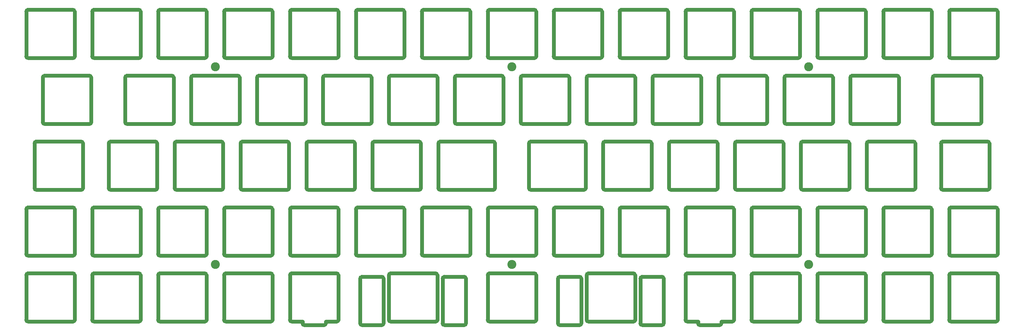
<source format=gbr>
%TF.GenerationSoftware,KiCad,Pcbnew,7.0.10*%
%TF.CreationDate,2024-02-11T20:50:25+01:00*%
%TF.ProjectId,katana60-pro-plate,6b617461-6e61-4363-902d-70726f2d706c,rev?*%
%TF.SameCoordinates,Original*%
%TF.FileFunction,Soldermask,Bot*%
%TF.FilePolarity,Negative*%
%FSLAX46Y46*%
G04 Gerber Fmt 4.6, Leading zero omitted, Abs format (unit mm)*
G04 Created by KiCad (PCBNEW 7.0.10) date 2024-02-11 20:50:25*
%MOMM*%
%LPD*%
G01*
G04 APERTURE LIST*
%ADD10C,1.100000*%
%ADD11C,2.600000*%
G04 APERTURE END LIST*
D10*
%TO.C,S2*%
X219668750Y-151662501D02*
X219668750Y-164662501D01*
X225918750Y-151162501D02*
X220168750Y-151162501D01*
X225918750Y-165162501D02*
X220168750Y-165162501D01*
X226418750Y-151662501D02*
X226418750Y-164662501D01*
X227950000Y-163662500D02*
X227950000Y-150662500D01*
X228450000Y-150162500D02*
X241450000Y-150162500D01*
X241450000Y-164162500D02*
X228450000Y-164162500D01*
X241950000Y-150662500D02*
X241950000Y-163662500D01*
X243481250Y-151662501D02*
X243481250Y-164662501D01*
X249731250Y-151162501D02*
X243981250Y-151162501D01*
X249731250Y-165162501D02*
X243981250Y-165162501D01*
X250231250Y-151662501D02*
X250231250Y-164662501D01*
X220168750Y-151162501D02*
G75*
G03*
X219668750Y-151662501I1J-500001D01*
G01*
X219668750Y-164662501D02*
G75*
G03*
X220168750Y-165162501I500001J1D01*
G01*
X226418750Y-151662501D02*
G75*
G03*
X225918750Y-151162501I-500001J-1D01*
G01*
X225918750Y-165162501D02*
G75*
G03*
X226418750Y-164662501I-1J500001D01*
G01*
X228450000Y-150162500D02*
G75*
G03*
X227950000Y-150662500I1J-500001D01*
G01*
X227950000Y-163662500D02*
G75*
G03*
X228450000Y-164162500I500001J1D01*
G01*
X241950000Y-150662500D02*
G75*
G03*
X241450000Y-150162500I-500000J0D01*
G01*
X241447236Y-164161436D02*
G75*
G03*
X241947236Y-163661384I-36J500036D01*
G01*
X243981250Y-151162450D02*
G75*
G03*
X243481250Y-151662501I50J-500050D01*
G01*
X243481299Y-164662501D02*
G75*
G03*
X243981250Y-165162501I500001J1D01*
G01*
X250231199Y-151662501D02*
G75*
G03*
X249731250Y-151162501I-499999J1D01*
G01*
X249731250Y-165162550D02*
G75*
G03*
X250231250Y-164662501I-50J500050D01*
G01*
%TO.C,S3*%
X142225000Y-163662500D02*
X142225000Y-150662500D01*
X142725000Y-150162500D02*
X155725000Y-150162500D01*
X145850000Y-164162500D02*
X142725000Y-164162500D01*
X145850000Y-164162500D02*
X145850000Y-164662501D01*
X152100000Y-165162501D02*
X146350000Y-165162501D01*
X152600000Y-164162500D02*
X152600000Y-164662501D01*
X155722236Y-164161384D02*
X152600000Y-164162500D01*
X156225000Y-150662500D02*
X156225000Y-163662500D01*
X199375000Y-163662500D02*
X199375000Y-150662500D01*
X199875000Y-150162500D02*
X212875000Y-150162500D01*
X212875000Y-164162500D02*
X199875000Y-164162500D01*
X213375000Y-150662500D02*
X213375000Y-163662500D01*
X256525000Y-163662500D02*
X256525000Y-150662500D01*
X257025000Y-150162500D02*
X270025000Y-150162500D01*
X260150000Y-164162500D02*
X260150000Y-164662501D01*
X260150605Y-164162500D02*
X257025000Y-164162500D01*
X266400000Y-165162501D02*
X260650000Y-165162501D01*
X266900000Y-164162500D02*
X266900000Y-164662501D01*
X270022236Y-164161384D02*
X266900000Y-164162500D01*
X270525000Y-150662500D02*
X270525000Y-163662500D01*
X142725000Y-150162500D02*
G75*
G03*
X142225000Y-150662500I1J-500001D01*
G01*
X142225000Y-163662500D02*
G75*
G03*
X142725000Y-164162500I500001J1D01*
G01*
X145850000Y-164662501D02*
G75*
G03*
X146350000Y-165162501I500001J1D01*
G01*
X152100000Y-165162501D02*
G75*
G03*
X152600000Y-164662501I-1J500001D01*
G01*
X156225000Y-150662500D02*
G75*
G03*
X155725000Y-150162500I-500001J-1D01*
G01*
X155722236Y-164161384D02*
G75*
G03*
X156222236Y-163661384I-112J500112D01*
G01*
X199875000Y-150162500D02*
G75*
G03*
X199375000Y-150662500I1J-500001D01*
G01*
X199375000Y-163662500D02*
G75*
G03*
X199875000Y-164162500I500001J1D01*
G01*
X213375000Y-150662500D02*
G75*
G03*
X212875000Y-150162500I-500000J0D01*
G01*
X212872236Y-164161436D02*
G75*
G03*
X213372236Y-163661384I-36J500036D01*
G01*
X257025000Y-150162500D02*
G75*
G03*
X256525000Y-150662500I0J-500000D01*
G01*
X256525000Y-163662500D02*
G75*
G03*
X257025000Y-164162500I500000J0D01*
G01*
X260149999Y-164662501D02*
G75*
G03*
X260650000Y-165162501I500001J1D01*
G01*
X266400000Y-165162500D02*
G75*
G03*
X266900000Y-164662501I0J500000D01*
G01*
X270525000Y-150662500D02*
G75*
G03*
X270025000Y-150162500I-500000J0D01*
G01*
X270022236Y-164161436D02*
G75*
G03*
X270522236Y-163661384I-136J500136D01*
G01*
%TO.C,S1*%
X162518750Y-151662501D02*
X162518750Y-164662501D01*
X168768750Y-151162501D02*
X163018750Y-151162501D01*
X168768750Y-165162501D02*
X163018750Y-165162501D01*
X169268750Y-151662501D02*
X169268750Y-164662501D01*
X170800000Y-163662500D02*
X170800000Y-150662500D01*
X171300000Y-150162500D02*
X184300000Y-150162500D01*
X184300000Y-164162500D02*
X171300000Y-164162500D01*
X184800000Y-150662500D02*
X184800000Y-163662500D01*
X186331250Y-151662501D02*
X186331250Y-164662501D01*
X192581250Y-151162501D02*
X186831250Y-151162501D01*
X192581250Y-165162501D02*
X186831250Y-165162501D01*
X193081250Y-151662501D02*
X193081250Y-164662501D01*
X163018750Y-151162501D02*
G75*
G03*
X162518750Y-151662501I1J-500001D01*
G01*
X162518750Y-164662501D02*
G75*
G03*
X163018750Y-165162501I500001J1D01*
G01*
X169268750Y-151662501D02*
G75*
G03*
X168768750Y-151162501I-500001J-1D01*
G01*
X168768750Y-165162501D02*
G75*
G03*
X169268750Y-164662501I-1J500001D01*
G01*
X171300000Y-150162500D02*
G75*
G03*
X170800000Y-150662500I1J-500001D01*
G01*
X170800000Y-163662500D02*
G75*
G03*
X171300000Y-164162500I500001J1D01*
G01*
X184800000Y-150662500D02*
G75*
G03*
X184300000Y-150162500I-500000J0D01*
G01*
X184297236Y-164161436D02*
G75*
G03*
X184797236Y-163661384I-36J500036D01*
G01*
X186831250Y-151162450D02*
G75*
G03*
X186331250Y-151662501I50J-500050D01*
G01*
X186331299Y-164662501D02*
G75*
G03*
X186831250Y-165162501I500001J1D01*
G01*
X193081199Y-151662501D02*
G75*
G03*
X192581250Y-151162501I-499999J1D01*
G01*
X192581250Y-165162550D02*
G75*
G03*
X193081250Y-164662501I-50J500050D01*
G01*
%TO.C,MX56*%
X270525000Y-131612500D02*
X270525000Y-144612500D01*
X270025000Y-145112500D02*
X257025000Y-145112500D01*
X257025000Y-131112500D02*
X270025000Y-131112500D01*
X256525000Y-144612500D02*
X256525000Y-131612500D01*
X270022236Y-145111384D02*
G75*
G03*
X270522236Y-144611384I2J499998D01*
G01*
X270525000Y-131612500D02*
G75*
G03*
X270025000Y-131112500I-499998J2D01*
G01*
X256525000Y-144612500D02*
G75*
G03*
X257025000Y-145112500I500000J0D01*
G01*
X257025000Y-131112500D02*
G75*
G03*
X256525000Y-131612500I0J-500000D01*
G01*
%TO.C,MX73*%
X308625000Y-150662500D02*
X308625000Y-163662500D01*
X308125000Y-164162500D02*
X295125000Y-164162500D01*
X295125000Y-150162500D02*
X308125000Y-150162500D01*
X294625000Y-163662500D02*
X294625000Y-150662500D01*
X308122236Y-164161384D02*
G75*
G03*
X308622236Y-163661384I2J499998D01*
G01*
X308625000Y-150662500D02*
G75*
G03*
X308125000Y-150162500I-499998J2D01*
G01*
X294625000Y-163662500D02*
G75*
G03*
X295125000Y-164162500I500000J0D01*
G01*
X295125000Y-150162500D02*
G75*
G03*
X294625000Y-150662500I0J-500000D01*
G01*
%TO.C,MX19*%
X146700000Y-93512500D02*
X146700000Y-106512500D01*
X146200000Y-107012500D02*
X133200000Y-107012500D01*
X133200000Y-93012500D02*
X146200000Y-93012500D01*
X132700000Y-106512500D02*
X132700000Y-93512500D01*
X146197236Y-107011384D02*
G75*
G03*
X146697236Y-106511384I2J499998D01*
G01*
X146700000Y-93512500D02*
G75*
G03*
X146200000Y-93012500I-499998J2D01*
G01*
X132700000Y-106512500D02*
G75*
G03*
X133200000Y-107012500I500000J0D01*
G01*
X133200000Y-93012500D02*
G75*
G03*
X132700000Y-93512500I0J-500000D01*
G01*
%TO.C,MX45*%
X344343750Y-112562500D02*
X344343750Y-125562500D01*
X343843750Y-126062500D02*
X330843750Y-126062500D01*
X330843750Y-112062500D02*
X343843750Y-112062500D01*
X330343750Y-125562500D02*
X330343750Y-112562500D01*
X343840986Y-126061384D02*
G75*
G03*
X344340986Y-125561384I2J499998D01*
G01*
X344343750Y-112562500D02*
G75*
G03*
X343843750Y-112062500I-499998J2D01*
G01*
X330343750Y-125562500D02*
G75*
G03*
X330843750Y-126062500I500000J0D01*
G01*
X330843750Y-112062500D02*
G75*
G03*
X330343750Y-112562500I0J-500000D01*
G01*
%TO.C,MX5*%
X156225000Y-74462500D02*
X156225000Y-87462500D01*
X155725000Y-87962500D02*
X142725000Y-87962500D01*
X142725000Y-73962500D02*
X155725000Y-73962500D01*
X142225000Y-87462500D02*
X142225000Y-74462500D01*
X155722236Y-87961384D02*
G75*
G03*
X156222236Y-87461384I2J499998D01*
G01*
X156225000Y-74462500D02*
G75*
G03*
X155725000Y-73962500I-499998J2D01*
G01*
X142225000Y-87462500D02*
G75*
G03*
X142725000Y-87962500I500000J0D01*
G01*
X142725000Y-73962500D02*
G75*
G03*
X142225000Y-74462500I0J-500000D01*
G01*
%TO.C,MX16*%
X84787500Y-93512500D02*
X84787500Y-106512500D01*
X84287500Y-107012500D02*
X71287500Y-107012500D01*
X71287500Y-93012500D02*
X84287500Y-93012500D01*
X70787500Y-106512500D02*
X70787500Y-93512500D01*
X84284736Y-107011384D02*
G75*
G03*
X84784736Y-106511384I2J499998D01*
G01*
X84787500Y-93512500D02*
G75*
G03*
X84287500Y-93012500I-499998J2D01*
G01*
X70787500Y-106512500D02*
G75*
G03*
X71287500Y-107012500I500000J0D01*
G01*
X71287500Y-93012500D02*
G75*
G03*
X70787500Y-93512500I0J-500000D01*
G01*
%TO.C,MX51*%
X175275000Y-131612500D02*
X175275000Y-144612500D01*
X174775000Y-145112500D02*
X161775000Y-145112500D01*
X161775000Y-131112500D02*
X174775000Y-131112500D01*
X161275000Y-144612500D02*
X161275000Y-131612500D01*
X174772236Y-145111384D02*
G75*
G03*
X175272236Y-144611384I2J499998D01*
G01*
X175275000Y-131612500D02*
G75*
G03*
X174775000Y-131112500I-499998J2D01*
G01*
X161275000Y-144612500D02*
G75*
G03*
X161775000Y-145112500I500000J0D01*
G01*
X161775000Y-131112500D02*
G75*
G03*
X161275000Y-131612500I0J-500000D01*
G01*
%TO.C,MX40*%
X246712500Y-112562500D02*
X246712500Y-125562500D01*
X246212500Y-126062500D02*
X233212500Y-126062500D01*
X233212500Y-112062500D02*
X246212500Y-112062500D01*
X232712500Y-125562500D02*
X232712500Y-112562500D01*
X246209736Y-126061384D02*
G75*
G03*
X246709736Y-125561384I2J499998D01*
G01*
X246712500Y-112562500D02*
G75*
G03*
X246212500Y-112062500I-499998J2D01*
G01*
X232712500Y-125562500D02*
G75*
G03*
X233212500Y-126062500I500000J0D01*
G01*
X233212500Y-112062500D02*
G75*
G03*
X232712500Y-112562500I0J-500000D01*
G01*
%TO.C,MX8*%
X213375000Y-74462500D02*
X213375000Y-87462500D01*
X212875000Y-87962500D02*
X199875000Y-87962500D01*
X199875000Y-73962500D02*
X212875000Y-73962500D01*
X199375000Y-87462500D02*
X199375000Y-74462500D01*
X212872236Y-87961384D02*
G75*
G03*
X213372236Y-87461384I2J499998D01*
G01*
X213375000Y-74462500D02*
G75*
G03*
X212875000Y-73962500I-499998J2D01*
G01*
X199375000Y-87462500D02*
G75*
G03*
X199875000Y-87962500I500000J0D01*
G01*
X199875000Y-73962500D02*
G75*
G03*
X199375000Y-74462500I0J-500000D01*
G01*
%TO.C,MX7*%
X194325000Y-74462500D02*
X194325000Y-87462500D01*
X193825000Y-87962500D02*
X180825000Y-87962500D01*
X180825000Y-73962500D02*
X193825000Y-73962500D01*
X180325000Y-87462500D02*
X180325000Y-74462500D01*
X193822236Y-87961384D02*
G75*
G03*
X194322236Y-87461384I2J499998D01*
G01*
X194325000Y-74462500D02*
G75*
G03*
X193825000Y-73962500I-499998J2D01*
G01*
X180325000Y-87462500D02*
G75*
G03*
X180825000Y-87962500I500000J0D01*
G01*
X180825000Y-73962500D02*
G75*
G03*
X180325000Y-74462500I0J-500000D01*
G01*
%TO.C,MX26*%
X261000000Y-93512500D02*
X261000000Y-106512500D01*
X260500000Y-107012500D02*
X247500000Y-107012500D01*
X247500000Y-93012500D02*
X260500000Y-93012500D01*
X247000000Y-106512500D02*
X247000000Y-93512500D01*
X260497236Y-107011384D02*
G75*
G03*
X260997236Y-106511384I2J499998D01*
G01*
X261000000Y-93512500D02*
G75*
G03*
X260500000Y-93012500I-499998J2D01*
G01*
X247000000Y-106512500D02*
G75*
G03*
X247500000Y-107012500I500000J0D01*
G01*
X247500000Y-93012500D02*
G75*
G03*
X247000000Y-93512500I0J-500000D01*
G01*
%TO.C,MX41*%
X265762500Y-112562500D02*
X265762500Y-125562500D01*
X265262500Y-126062500D02*
X252262500Y-126062500D01*
X252262500Y-112062500D02*
X265262500Y-112062500D01*
X251762500Y-125562500D02*
X251762500Y-112562500D01*
X265259736Y-126061384D02*
G75*
G03*
X265759736Y-125561384I2J499998D01*
G01*
X265762500Y-112562500D02*
G75*
G03*
X265262500Y-112062500I-499998J2D01*
G01*
X251762500Y-125562500D02*
G75*
G03*
X252262500Y-126062500I500000J0D01*
G01*
X252262500Y-112062500D02*
G75*
G03*
X251762500Y-112562500I0J-500000D01*
G01*
%TO.C,MX48*%
X118125000Y-131612500D02*
X118125000Y-144612500D01*
X117625000Y-145112500D02*
X104625000Y-145112500D01*
X104625000Y-131112500D02*
X117625000Y-131112500D01*
X104125000Y-144612500D02*
X104125000Y-131612500D01*
X117622236Y-145111384D02*
G75*
G03*
X118122236Y-144611384I2J499998D01*
G01*
X118125000Y-131612500D02*
G75*
G03*
X117625000Y-131112500I-499998J2D01*
G01*
X104125000Y-144612500D02*
G75*
G03*
X104625000Y-145112500I500000J0D01*
G01*
X104625000Y-131112500D02*
G75*
G03*
X104125000Y-131612500I0J-500000D01*
G01*
%TO.C,MX22*%
X203850000Y-93512500D02*
X203850000Y-106512500D01*
X203350000Y-107012500D02*
X190350000Y-107012500D01*
X190350000Y-93012500D02*
X203350000Y-93012500D01*
X189850000Y-106512500D02*
X189850000Y-93512500D01*
X203347236Y-107011384D02*
G75*
G03*
X203847236Y-106511384I2J499998D01*
G01*
X203850000Y-93512500D02*
G75*
G03*
X203350000Y-93012500I-499998J2D01*
G01*
X189850000Y-106512500D02*
G75*
G03*
X190350000Y-107012500I500000J0D01*
G01*
X190350000Y-93012500D02*
G75*
G03*
X189850000Y-93512500I0J-500000D01*
G01*
%TO.C,MX35*%
X160987500Y-112562500D02*
X160987500Y-125562500D01*
X160487500Y-126062500D02*
X147487500Y-126062500D01*
X147487500Y-112062500D02*
X160487500Y-112062500D01*
X146987500Y-125562500D02*
X146987500Y-112562500D01*
X160484736Y-126061384D02*
G75*
G03*
X160984736Y-125561384I2J499998D01*
G01*
X160987500Y-112562500D02*
G75*
G03*
X160487500Y-112062500I-499998J2D01*
G01*
X146987500Y-125562500D02*
G75*
G03*
X147487500Y-126062500I500000J0D01*
G01*
X147487500Y-112062500D02*
G75*
G03*
X146987500Y-112562500I0J-500000D01*
G01*
%TO.C,MX32*%
X103837500Y-112562500D02*
X103837500Y-125562500D01*
X103337500Y-126062500D02*
X90337500Y-126062500D01*
X90337500Y-112062500D02*
X103337500Y-112062500D01*
X89837500Y-125562500D02*
X89837500Y-112562500D01*
X103334736Y-126061384D02*
G75*
G03*
X103834736Y-125561384I2J499998D01*
G01*
X103837500Y-112562500D02*
G75*
G03*
X103337500Y-112062500I-499998J2D01*
G01*
X89837500Y-125562500D02*
G75*
G03*
X90337500Y-126062500I500000J0D01*
G01*
X90337500Y-112062500D02*
G75*
G03*
X89837500Y-112562500I0J-500000D01*
G01*
%TO.C,MX2*%
X85075000Y-87462500D02*
X85075000Y-74462500D01*
X85575000Y-73962500D02*
X98575000Y-73962500D01*
X98575000Y-87962500D02*
X85575000Y-87962500D01*
X99075000Y-74462500D02*
X99075000Y-87462500D01*
X85577764Y-73963616D02*
G75*
G03*
X85077764Y-74463616I-2J-499998D01*
G01*
X85075000Y-87462500D02*
G75*
G03*
X85575000Y-87962500I499998J-2D01*
G01*
X99075000Y-74462500D02*
G75*
G03*
X98575000Y-73962500I-500000J0D01*
G01*
X98575000Y-87962500D02*
G75*
G03*
X99075000Y-87462500I0J500000D01*
G01*
%TO.C,MX14*%
X327675000Y-74462500D02*
X327675000Y-87462500D01*
X327175000Y-87962500D02*
X314175000Y-87962500D01*
X314175000Y-73962500D02*
X327175000Y-73962500D01*
X313675000Y-87462500D02*
X313675000Y-74462500D01*
X327172236Y-87961384D02*
G75*
G03*
X327672236Y-87461384I2J499998D01*
G01*
X327675000Y-74462500D02*
G75*
G03*
X327175000Y-73962500I-499998J2D01*
G01*
X313675000Y-87462500D02*
G75*
G03*
X314175000Y-87962500I500000J0D01*
G01*
X314175000Y-73962500D02*
G75*
G03*
X313675000Y-74462500I0J-500000D01*
G01*
%TO.C,MX54*%
X232425000Y-131612500D02*
X232425000Y-144612500D01*
X231925000Y-145112500D02*
X218925000Y-145112500D01*
X218925000Y-131112500D02*
X231925000Y-131112500D01*
X218425000Y-144612500D02*
X218425000Y-131612500D01*
X231922236Y-145111384D02*
G75*
G03*
X232422236Y-144611384I2J499998D01*
G01*
X232425000Y-131612500D02*
G75*
G03*
X231925000Y-131112500I-499998J2D01*
G01*
X218425000Y-144612500D02*
G75*
G03*
X218925000Y-145112500I500000J0D01*
G01*
X218925000Y-131112500D02*
G75*
G03*
X218425000Y-131612500I0J-500000D01*
G01*
%TO.C,MX10*%
X251475000Y-74462500D02*
X251475000Y-87462500D01*
X250975000Y-87962500D02*
X237975000Y-87962500D01*
X237975000Y-73962500D02*
X250975000Y-73962500D01*
X237475000Y-87462500D02*
X237475000Y-74462500D01*
X250972236Y-87961384D02*
G75*
G03*
X251472236Y-87461384I2J499998D01*
G01*
X251475000Y-74462500D02*
G75*
G03*
X250975000Y-73962500I-499998J2D01*
G01*
X237475000Y-87462500D02*
G75*
G03*
X237975000Y-87962500I500000J0D01*
G01*
X237975000Y-73962500D02*
G75*
G03*
X237475000Y-74462500I0J-500000D01*
G01*
%TO.C,MX20*%
X165750000Y-93512500D02*
X165750000Y-106512500D01*
X165250000Y-107012500D02*
X152250000Y-107012500D01*
X152250000Y-93012500D02*
X165250000Y-93012500D01*
X151750000Y-106512500D02*
X151750000Y-93512500D01*
X165247236Y-107011384D02*
G75*
G03*
X165747236Y-106511384I2J499998D01*
G01*
X165750000Y-93512500D02*
G75*
G03*
X165250000Y-93012500I-499998J2D01*
G01*
X151750000Y-106512500D02*
G75*
G03*
X152250000Y-107012500I500000J0D01*
G01*
X152250000Y-93012500D02*
G75*
G03*
X151750000Y-93512500I0J-500000D01*
G01*
%TO.C,MX42*%
X284812500Y-112562500D02*
X284812500Y-125562500D01*
X284312500Y-126062500D02*
X271312500Y-126062500D01*
X271312500Y-112062500D02*
X284312500Y-112062500D01*
X270812500Y-125562500D02*
X270812500Y-112562500D01*
X284309736Y-126061384D02*
G75*
G03*
X284809736Y-125561384I2J499998D01*
G01*
X284812500Y-112562500D02*
G75*
G03*
X284312500Y-112062500I-499998J2D01*
G01*
X270812500Y-125562500D02*
G75*
G03*
X271312500Y-126062500I500000J0D01*
G01*
X271312500Y-112062500D02*
G75*
G03*
X270812500Y-112562500I0J-500000D01*
G01*
%TO.C,MX24*%
X222900000Y-93512500D02*
X222900000Y-106512500D01*
X222400000Y-107012500D02*
X209400000Y-107012500D01*
X209400000Y-93012500D02*
X222400000Y-93012500D01*
X208900000Y-106512500D02*
X208900000Y-93512500D01*
X222397236Y-107011384D02*
G75*
G03*
X222897236Y-106511384I2J499998D01*
G01*
X222900000Y-93512500D02*
G75*
G03*
X222400000Y-93012500I-499998J2D01*
G01*
X208900000Y-106512500D02*
G75*
G03*
X209400000Y-107012500I500000J0D01*
G01*
X209400000Y-93012500D02*
G75*
G03*
X208900000Y-93512500I0J-500000D01*
G01*
%TO.C,MX12*%
X289575000Y-74462500D02*
X289575000Y-87462500D01*
X289075000Y-87962500D02*
X276075000Y-87962500D01*
X276075000Y-73962500D02*
X289075000Y-73962500D01*
X275575000Y-87462500D02*
X275575000Y-74462500D01*
X289072236Y-87961384D02*
G75*
G03*
X289572236Y-87461384I2J499998D01*
G01*
X289575000Y-74462500D02*
G75*
G03*
X289075000Y-73962500I-499998J2D01*
G01*
X275575000Y-87462500D02*
G75*
G03*
X276075000Y-87962500I500000J0D01*
G01*
X276075000Y-73962500D02*
G75*
G03*
X275575000Y-74462500I0J-500000D01*
G01*
%TO.C,MX46*%
X80025000Y-131612500D02*
X80025000Y-144612500D01*
X79525000Y-145112500D02*
X66525000Y-145112500D01*
X66525000Y-131112500D02*
X79525000Y-131112500D01*
X66025000Y-144612500D02*
X66025000Y-131612500D01*
X79522236Y-145111384D02*
G75*
G03*
X80022236Y-144611384I2J499998D01*
G01*
X80025000Y-131612500D02*
G75*
G03*
X79525000Y-131112500I-499998J2D01*
G01*
X66025000Y-144612500D02*
G75*
G03*
X66525000Y-145112500I500000J0D01*
G01*
X66525000Y-131112500D02*
G75*
G03*
X66025000Y-131612500I0J-500000D01*
G01*
%TO.C,MX15*%
X346725000Y-74462500D02*
X346725000Y-87462500D01*
X346225000Y-87962500D02*
X333225000Y-87962500D01*
X333225000Y-73962500D02*
X346225000Y-73962500D01*
X332725000Y-87462500D02*
X332725000Y-74462500D01*
X346222236Y-87961384D02*
G75*
G03*
X346722236Y-87461384I2J499998D01*
G01*
X346725000Y-74462500D02*
G75*
G03*
X346225000Y-73962500I-499998J2D01*
G01*
X332725000Y-87462500D02*
G75*
G03*
X333225000Y-87962500I500000J0D01*
G01*
X333225000Y-73962500D02*
G75*
G03*
X332725000Y-74462500I0J-500000D01*
G01*
%TO.C,MX50*%
X156225000Y-131612500D02*
X156225000Y-144612500D01*
X155725000Y-145112500D02*
X142725000Y-145112500D01*
X142725000Y-131112500D02*
X155725000Y-131112500D01*
X142225000Y-144612500D02*
X142225000Y-131612500D01*
X155722236Y-145111384D02*
G75*
G03*
X156222236Y-144611384I2J499998D01*
G01*
X156225000Y-131612500D02*
G75*
G03*
X155725000Y-131112500I-499998J2D01*
G01*
X142225000Y-144612500D02*
G75*
G03*
X142725000Y-145112500I500000J0D01*
G01*
X142725000Y-131112500D02*
G75*
G03*
X142225000Y-131612500I0J-500000D01*
G01*
%TO.C,MX1*%
X66025000Y-87462500D02*
X66025000Y-74462500D01*
X66525000Y-73962500D02*
X79525000Y-73962500D01*
X79525000Y-87962500D02*
X66525000Y-87962500D01*
X80025000Y-74462500D02*
X80025000Y-87462500D01*
X66527764Y-73963616D02*
G75*
G03*
X66027764Y-74463616I-2J-499998D01*
G01*
X66025000Y-87462500D02*
G75*
G03*
X66525000Y-87962500I499998J-2D01*
G01*
X80025000Y-74462500D02*
G75*
G03*
X79525000Y-73962500I-500000J0D01*
G01*
X79525000Y-87962500D02*
G75*
G03*
X80025000Y-87462500I0J500000D01*
G01*
%TO.C,MX29*%
X318150000Y-93512500D02*
X318150000Y-106512500D01*
X317650000Y-107012500D02*
X304650000Y-107012500D01*
X304650000Y-93012500D02*
X317650000Y-93012500D01*
X304150000Y-106512500D02*
X304150000Y-93512500D01*
X317647236Y-107011384D02*
G75*
G03*
X318147236Y-106511384I2J499998D01*
G01*
X318150000Y-93512500D02*
G75*
G03*
X317650000Y-93012500I-499998J2D01*
G01*
X304150000Y-106512500D02*
G75*
G03*
X304650000Y-107012500I500000J0D01*
G01*
X304650000Y-93012500D02*
G75*
G03*
X304150000Y-93512500I0J-500000D01*
G01*
%TO.C,MX57*%
X289575000Y-131612500D02*
X289575000Y-144612500D01*
X289075000Y-145112500D02*
X276075000Y-145112500D01*
X276075000Y-131112500D02*
X289075000Y-131112500D01*
X275575000Y-144612500D02*
X275575000Y-131612500D01*
X289072236Y-145111384D02*
G75*
G03*
X289572236Y-144611384I2J499998D01*
G01*
X289575000Y-131612500D02*
G75*
G03*
X289075000Y-131112500I-499998J2D01*
G01*
X275575000Y-144612500D02*
G75*
G03*
X276075000Y-145112500I500000J0D01*
G01*
X276075000Y-131112500D02*
G75*
G03*
X275575000Y-131612500I0J-500000D01*
G01*
%TO.C,MX18*%
X127650000Y-93512500D02*
X127650000Y-106512500D01*
X127150000Y-107012500D02*
X114150000Y-107012500D01*
X114150000Y-93012500D02*
X127150000Y-93012500D01*
X113650000Y-106512500D02*
X113650000Y-93512500D01*
X127147236Y-107011384D02*
G75*
G03*
X127647236Y-106511384I2J499998D01*
G01*
X127650000Y-93512500D02*
G75*
G03*
X127150000Y-93012500I-499998J2D01*
G01*
X113650000Y-106512500D02*
G75*
G03*
X114150000Y-107012500I500000J0D01*
G01*
X114150000Y-93012500D02*
G75*
G03*
X113650000Y-93512500I0J-500000D01*
G01*
%TO.C,MX31*%
X82406250Y-112562500D02*
X82406250Y-125562500D01*
X81906250Y-126062500D02*
X68906250Y-126062500D01*
X68906250Y-112062500D02*
X81906250Y-112062500D01*
X68406250Y-125562500D02*
X68406250Y-112562500D01*
X81903486Y-126061384D02*
G75*
G03*
X82403486Y-125561384I2J499998D01*
G01*
X82406250Y-112562500D02*
G75*
G03*
X81906250Y-112062500I-499998J2D01*
G01*
X68406250Y-125562500D02*
G75*
G03*
X68906250Y-126062500I500000J0D01*
G01*
X68906250Y-112062500D02*
G75*
G03*
X68406250Y-112562500I0J-500000D01*
G01*
%TO.C,MX44*%
X322912500Y-112562500D02*
X322912500Y-125562500D01*
X322412500Y-126062500D02*
X309412500Y-126062500D01*
X309412500Y-112062500D02*
X322412500Y-112062500D01*
X308912500Y-125562500D02*
X308912500Y-112562500D01*
X322409736Y-126061384D02*
G75*
G03*
X322909736Y-125561384I2J499998D01*
G01*
X322912500Y-112562500D02*
G75*
G03*
X322412500Y-112062500I-499998J2D01*
G01*
X308912500Y-125562500D02*
G75*
G03*
X309412500Y-126062500I500000J0D01*
G01*
X309412500Y-112062500D02*
G75*
G03*
X308912500Y-112562500I0J-500000D01*
G01*
%TO.C,MX21*%
X184800000Y-93512500D02*
X184800000Y-106512500D01*
X184300000Y-107012500D02*
X171300000Y-107012500D01*
X171300000Y-93012500D02*
X184300000Y-93012500D01*
X170800000Y-106512500D02*
X170800000Y-93512500D01*
X184297236Y-107011384D02*
G75*
G03*
X184797236Y-106511384I2J499998D01*
G01*
X184800000Y-93512500D02*
G75*
G03*
X184300000Y-93012500I-499998J2D01*
G01*
X170800000Y-106512500D02*
G75*
G03*
X171300000Y-107012500I500000J0D01*
G01*
X171300000Y-93012500D02*
G75*
G03*
X170800000Y-93512500I0J-500000D01*
G01*
%TO.C,MX59*%
X327675000Y-131612500D02*
X327675000Y-144612500D01*
X327175000Y-145112500D02*
X314175000Y-145112500D01*
X314175000Y-131112500D02*
X327175000Y-131112500D01*
X313675000Y-144612500D02*
X313675000Y-131612500D01*
X327172236Y-145111384D02*
G75*
G03*
X327672236Y-144611384I2J499998D01*
G01*
X327675000Y-131612500D02*
G75*
G03*
X327175000Y-131112500I-499998J2D01*
G01*
X313675000Y-144612500D02*
G75*
G03*
X314175000Y-145112500I500000J0D01*
G01*
X314175000Y-131112500D02*
G75*
G03*
X313675000Y-131612500I0J-500000D01*
G01*
%TO.C,MX43*%
X303862500Y-112562500D02*
X303862500Y-125562500D01*
X303362500Y-126062500D02*
X290362500Y-126062500D01*
X290362500Y-112062500D02*
X303362500Y-112062500D01*
X289862500Y-125562500D02*
X289862500Y-112562500D01*
X303359736Y-126061384D02*
G75*
G03*
X303859736Y-125561384I2J499998D01*
G01*
X303862500Y-112562500D02*
G75*
G03*
X303362500Y-112062500I-499998J2D01*
G01*
X289862500Y-125562500D02*
G75*
G03*
X290362500Y-126062500I500000J0D01*
G01*
X290362500Y-112062500D02*
G75*
G03*
X289862500Y-112562500I0J-500000D01*
G01*
%TO.C,MX75*%
X346725000Y-150662500D02*
X346725000Y-163662500D01*
X346225000Y-164162500D02*
X333225000Y-164162500D01*
X333225000Y-150162500D02*
X346225000Y-150162500D01*
X332725000Y-163662500D02*
X332725000Y-150662500D01*
X346222236Y-164161384D02*
G75*
G03*
X346722236Y-163661384I2J499998D01*
G01*
X346725000Y-150662500D02*
G75*
G03*
X346225000Y-150162500I-499998J2D01*
G01*
X332725000Y-163662500D02*
G75*
G03*
X333225000Y-164162500I500000J0D01*
G01*
X333225000Y-150162500D02*
G75*
G03*
X332725000Y-150662500I0J-500000D01*
G01*
%TO.C,MX36*%
X180037500Y-112562500D02*
X180037500Y-125562500D01*
X179537500Y-126062500D02*
X166537500Y-126062500D01*
X166537500Y-112062500D02*
X179537500Y-112062500D01*
X166037500Y-125562500D02*
X166037500Y-112562500D01*
X179534736Y-126061384D02*
G75*
G03*
X180034736Y-125561384I2J499998D01*
G01*
X180037500Y-112562500D02*
G75*
G03*
X179537500Y-112062500I-499998J2D01*
G01*
X166037500Y-125562500D02*
G75*
G03*
X166537500Y-126062500I500000J0D01*
G01*
X166537500Y-112062500D02*
G75*
G03*
X166037500Y-112562500I0J-500000D01*
G01*
%TO.C,MX11*%
X270525000Y-74462500D02*
X270525000Y-87462500D01*
X270025000Y-87962500D02*
X257025000Y-87962500D01*
X257025000Y-73962500D02*
X270025000Y-73962500D01*
X256525000Y-87462500D02*
X256525000Y-74462500D01*
X270022236Y-87961384D02*
G75*
G03*
X270522236Y-87461384I2J499998D01*
G01*
X270525000Y-74462500D02*
G75*
G03*
X270025000Y-73962500I-499998J2D01*
G01*
X256525000Y-87462500D02*
G75*
G03*
X257025000Y-87962500I500000J0D01*
G01*
X257025000Y-73962500D02*
G75*
G03*
X256525000Y-74462500I0J-500000D01*
G01*
%TO.C,MX61*%
X80025000Y-150662500D02*
X80025000Y-163662500D01*
X79525000Y-164162500D02*
X66525000Y-164162500D01*
X66525000Y-150162500D02*
X79525000Y-150162500D01*
X66025000Y-163662500D02*
X66025000Y-150662500D01*
X79522236Y-164161384D02*
G75*
G03*
X80022236Y-163661384I2J499998D01*
G01*
X80025000Y-150662500D02*
G75*
G03*
X79525000Y-150162500I-499998J2D01*
G01*
X66025000Y-163662500D02*
G75*
G03*
X66525000Y-164162500I500000J0D01*
G01*
X66525000Y-150162500D02*
G75*
G03*
X66025000Y-150662500I0J-500000D01*
G01*
%TO.C,MX27*%
X280050000Y-93512500D02*
X280050000Y-106512500D01*
X279550000Y-107012500D02*
X266550000Y-107012500D01*
X266550000Y-93012500D02*
X279550000Y-93012500D01*
X266050000Y-106512500D02*
X266050000Y-93512500D01*
X279547236Y-107011384D02*
G75*
G03*
X280047236Y-106511384I2J499998D01*
G01*
X280050000Y-93512500D02*
G75*
G03*
X279550000Y-93012500I-499998J2D01*
G01*
X266050000Y-106512500D02*
G75*
G03*
X266550000Y-107012500I500000J0D01*
G01*
X266550000Y-93012500D02*
G75*
G03*
X266050000Y-93512500I0J-500000D01*
G01*
%TO.C,MX47*%
X99075000Y-131612500D02*
X99075000Y-144612500D01*
X98575000Y-145112500D02*
X85575000Y-145112500D01*
X85575000Y-131112500D02*
X98575000Y-131112500D01*
X85075000Y-144612500D02*
X85075000Y-131612500D01*
X98572236Y-145111384D02*
G75*
G03*
X99072236Y-144611384I2J499998D01*
G01*
X99075000Y-131612500D02*
G75*
G03*
X98575000Y-131112500I-499998J2D01*
G01*
X85075000Y-144612500D02*
G75*
G03*
X85575000Y-145112500I500000J0D01*
G01*
X85575000Y-131112500D02*
G75*
G03*
X85075000Y-131612500I0J-500000D01*
G01*
%TO.C,MX3*%
X118125000Y-74462500D02*
X118125000Y-87462500D01*
X117625000Y-87962500D02*
X104625000Y-87962500D01*
X104625000Y-73962500D02*
X117625000Y-73962500D01*
X104125000Y-87462500D02*
X104125000Y-74462500D01*
X117622236Y-87961384D02*
G75*
G03*
X118122236Y-87461384I2J499998D01*
G01*
X118125000Y-74462500D02*
G75*
G03*
X117625000Y-73962500I-499998J2D01*
G01*
X104125000Y-87462500D02*
G75*
G03*
X104625000Y-87962500I500000J0D01*
G01*
X104625000Y-73962500D02*
G75*
G03*
X104125000Y-74462500I0J-500000D01*
G01*
%TO.C,MX33*%
X122887500Y-112562500D02*
X122887500Y-125562500D01*
X122387500Y-126062500D02*
X109387500Y-126062500D01*
X109387500Y-112062500D02*
X122387500Y-112062500D01*
X108887500Y-125562500D02*
X108887500Y-112562500D01*
X122384736Y-126061384D02*
G75*
G03*
X122884736Y-125561384I2J499998D01*
G01*
X122887500Y-112562500D02*
G75*
G03*
X122387500Y-112062500I-499998J2D01*
G01*
X108887500Y-125562500D02*
G75*
G03*
X109387500Y-126062500I500000J0D01*
G01*
X109387500Y-112062500D02*
G75*
G03*
X108887500Y-112562500I0J-500000D01*
G01*
%TO.C,MX49*%
X137175000Y-131612500D02*
X137175000Y-144612500D01*
X136675000Y-145112500D02*
X123675000Y-145112500D01*
X123675000Y-131112500D02*
X136675000Y-131112500D01*
X123175000Y-144612500D02*
X123175000Y-131612500D01*
X136672236Y-145111384D02*
G75*
G03*
X137172236Y-144611384I2J499998D01*
G01*
X137175000Y-131612500D02*
G75*
G03*
X136675000Y-131112500I-499998J2D01*
G01*
X123175000Y-144612500D02*
G75*
G03*
X123675000Y-145112500I500000J0D01*
G01*
X123675000Y-131112500D02*
G75*
G03*
X123175000Y-131612500I0J-500000D01*
G01*
%TO.C,MX39_2*%
X211281250Y-125562500D02*
X211281250Y-112562500D01*
X211781250Y-112062500D02*
X227162500Y-112062500D01*
X227162500Y-126062500D02*
X211781250Y-126062500D01*
X227662500Y-112562500D02*
X227662500Y-125562500D01*
X211784014Y-112063616D02*
G75*
G03*
X211284014Y-112563616I-2J-499998D01*
G01*
X211281250Y-125562500D02*
G75*
G03*
X211781250Y-126062500I499998J-2D01*
G01*
X227662450Y-112562500D02*
G75*
G03*
X227162500Y-112062500I-500000J0D01*
G01*
X227162500Y-126062550D02*
G75*
G03*
X227662500Y-125562500I-50J500050D01*
G01*
%TO.C,MX64*%
X137175000Y-150662500D02*
X137175000Y-163662500D01*
X136675000Y-164162500D02*
X123675000Y-164162500D01*
X123675000Y-150162500D02*
X136675000Y-150162500D01*
X123175000Y-163662500D02*
X123175000Y-150662500D01*
X136672236Y-164161384D02*
G75*
G03*
X137172236Y-163661384I2J499998D01*
G01*
X137175000Y-150662500D02*
G75*
G03*
X136675000Y-150162500I-499998J2D01*
G01*
X123175000Y-163662500D02*
G75*
G03*
X123675000Y-164162500I500000J0D01*
G01*
X123675000Y-150162500D02*
G75*
G03*
X123175000Y-150662500I0J-500000D01*
G01*
%TO.C,MX60*%
X346725000Y-131612500D02*
X346725000Y-144612500D01*
X346225000Y-145112500D02*
X333225000Y-145112500D01*
X333225000Y-131112500D02*
X346225000Y-131112500D01*
X332725000Y-144612500D02*
X332725000Y-131612500D01*
X346222236Y-145111384D02*
G75*
G03*
X346722236Y-144611384I2J499998D01*
G01*
X346725000Y-131612500D02*
G75*
G03*
X346225000Y-131112500I-499998J2D01*
G01*
X332725000Y-144612500D02*
G75*
G03*
X333225000Y-145112500I500000J0D01*
G01*
X333225000Y-131112500D02*
G75*
G03*
X332725000Y-131612500I0J-500000D01*
G01*
%TO.C,MX13*%
X308625000Y-74462500D02*
X308625000Y-87462500D01*
X308125000Y-87962500D02*
X295125000Y-87962500D01*
X295125000Y-73962500D02*
X308125000Y-73962500D01*
X294625000Y-87462500D02*
X294625000Y-74462500D01*
X308122236Y-87961384D02*
G75*
G03*
X308622236Y-87461384I2J499998D01*
G01*
X308625000Y-74462500D02*
G75*
G03*
X308125000Y-73962500I-499998J2D01*
G01*
X294625000Y-87462500D02*
G75*
G03*
X295125000Y-87962500I500000J0D01*
G01*
X295125000Y-73962500D02*
G75*
G03*
X294625000Y-74462500I0J-500000D01*
G01*
%TO.C,MX9*%
X232425000Y-74462500D02*
X232425000Y-87462500D01*
X231925000Y-87962500D02*
X218925000Y-87962500D01*
X218925000Y-73962500D02*
X231925000Y-73962500D01*
X218425000Y-87462500D02*
X218425000Y-74462500D01*
X231922236Y-87961384D02*
G75*
G03*
X232422236Y-87461384I2J499998D01*
G01*
X232425000Y-74462500D02*
G75*
G03*
X231925000Y-73962500I-499998J2D01*
G01*
X218425000Y-87462500D02*
G75*
G03*
X218925000Y-87962500I500000J0D01*
G01*
X218925000Y-73962500D02*
G75*
G03*
X218425000Y-74462500I0J-500000D01*
G01*
%TO.C,MX34*%
X141937500Y-112562500D02*
X141937500Y-125562500D01*
X141437500Y-126062500D02*
X128437500Y-126062500D01*
X128437500Y-112062500D02*
X141437500Y-112062500D01*
X127937500Y-125562500D02*
X127937500Y-112562500D01*
X141434736Y-126061384D02*
G75*
G03*
X141934736Y-125561384I2J499998D01*
G01*
X141937500Y-112562500D02*
G75*
G03*
X141437500Y-112062500I-499998J2D01*
G01*
X127937500Y-125562500D02*
G75*
G03*
X128437500Y-126062500I500000J0D01*
G01*
X128437500Y-112062500D02*
G75*
G03*
X127937500Y-112562500I0J-500000D01*
G01*
%TO.C,MX63*%
X118125000Y-150662500D02*
X118125000Y-163662500D01*
X117625000Y-164162500D02*
X104625000Y-164162500D01*
X104625000Y-150162500D02*
X117625000Y-150162500D01*
X104125000Y-163662500D02*
X104125000Y-150662500D01*
X117622236Y-164161384D02*
G75*
G03*
X118122236Y-163661384I2J499998D01*
G01*
X118125000Y-150662500D02*
G75*
G03*
X117625000Y-150162500I-499998J2D01*
G01*
X104125000Y-163662500D02*
G75*
G03*
X104625000Y-164162500I500000J0D01*
G01*
X104625000Y-150162500D02*
G75*
G03*
X104125000Y-150662500I0J-500000D01*
G01*
%TO.C,MX53*%
X213375000Y-131612500D02*
X213375000Y-144612500D01*
X212875000Y-145112500D02*
X199875000Y-145112500D01*
X199875000Y-131112500D02*
X212875000Y-131112500D01*
X199375000Y-144612500D02*
X199375000Y-131612500D01*
X212872236Y-145111384D02*
G75*
G03*
X213372236Y-144611384I2J499998D01*
G01*
X213375000Y-131612500D02*
G75*
G03*
X212875000Y-131112500I-499998J2D01*
G01*
X199375000Y-144612500D02*
G75*
G03*
X199875000Y-145112500I500000J0D01*
G01*
X199875000Y-131112500D02*
G75*
G03*
X199375000Y-131612500I0J-500000D01*
G01*
%TO.C,MX37_2*%
X185087500Y-125562500D02*
X185087500Y-112562500D01*
X185587500Y-112062500D02*
X200968750Y-112062500D01*
X200968750Y-126062500D02*
X185587500Y-126062500D01*
X201468750Y-112562500D02*
X201468750Y-125562500D01*
X185590264Y-112063616D02*
G75*
G03*
X185090264Y-112563616I-2J-499998D01*
G01*
X185087500Y-125562500D02*
G75*
G03*
X185587500Y-126062500I499998J-2D01*
G01*
X201468750Y-112562500D02*
G75*
G03*
X200968750Y-112062500I-500000J0D01*
G01*
X200968750Y-126062500D02*
G75*
G03*
X201468750Y-125562500I0J500000D01*
G01*
%TO.C,MX74*%
X327675000Y-150662500D02*
X327675000Y-163662500D01*
X327175000Y-164162500D02*
X314175000Y-164162500D01*
X314175000Y-150162500D02*
X327175000Y-150162500D01*
X313675000Y-163662500D02*
X313675000Y-150662500D01*
X327172236Y-164161384D02*
G75*
G03*
X327672236Y-163661384I2J499998D01*
G01*
X327675000Y-150662500D02*
G75*
G03*
X327175000Y-150162500I-499998J2D01*
G01*
X313675000Y-163662500D02*
G75*
G03*
X314175000Y-164162500I500000J0D01*
G01*
X314175000Y-150162500D02*
G75*
G03*
X313675000Y-150662500I0J-500000D01*
G01*
%TO.C,MX4*%
X137175000Y-74462500D02*
X137175000Y-87462500D01*
X136675000Y-87962500D02*
X123675000Y-87962500D01*
X123675000Y-73962500D02*
X136675000Y-73962500D01*
X123175000Y-87462500D02*
X123175000Y-74462500D01*
X136672236Y-87961384D02*
G75*
G03*
X137172236Y-87461384I2J499998D01*
G01*
X137175000Y-74462500D02*
G75*
G03*
X136675000Y-73962500I-499998J2D01*
G01*
X123175000Y-87462500D02*
G75*
G03*
X123675000Y-87962500I500000J0D01*
G01*
X123675000Y-73962500D02*
G75*
G03*
X123175000Y-74462500I0J-500000D01*
G01*
%TO.C,MX52*%
X194325000Y-131612500D02*
X194325000Y-144612500D01*
X193825000Y-145112500D02*
X180825000Y-145112500D01*
X180825000Y-131112500D02*
X193825000Y-131112500D01*
X180325000Y-144612500D02*
X180325000Y-131612500D01*
X193822236Y-145111384D02*
G75*
G03*
X194322236Y-144611384I2J499998D01*
G01*
X194325000Y-131612500D02*
G75*
G03*
X193825000Y-131112500I-499998J2D01*
G01*
X180325000Y-144612500D02*
G75*
G03*
X180825000Y-145112500I500000J0D01*
G01*
X180825000Y-131112500D02*
G75*
G03*
X180325000Y-131612500I0J-500000D01*
G01*
%TO.C,MX55*%
X251475000Y-131612500D02*
X251475000Y-144612500D01*
X250975000Y-145112500D02*
X237975000Y-145112500D01*
X237975000Y-131112500D02*
X250975000Y-131112500D01*
X237475000Y-144612500D02*
X237475000Y-131612500D01*
X250972236Y-145111384D02*
G75*
G03*
X251472236Y-144611384I2J499998D01*
G01*
X251475000Y-131612500D02*
G75*
G03*
X250975000Y-131112500I-499998J2D01*
G01*
X237475000Y-144612500D02*
G75*
G03*
X237975000Y-145112500I500000J0D01*
G01*
X237975000Y-131112500D02*
G75*
G03*
X237475000Y-131612500I0J-500000D01*
G01*
%TO.C,MX25*%
X241950000Y-93512500D02*
X241950000Y-106512500D01*
X241450000Y-107012500D02*
X228450000Y-107012500D01*
X228450000Y-93012500D02*
X241450000Y-93012500D01*
X227950000Y-106512500D02*
X227950000Y-93512500D01*
X241447236Y-107011384D02*
G75*
G03*
X241947236Y-106511384I2J499998D01*
G01*
X241950000Y-93512500D02*
G75*
G03*
X241450000Y-93012500I-499998J2D01*
G01*
X227950000Y-106512500D02*
G75*
G03*
X228450000Y-107012500I500000J0D01*
G01*
X228450000Y-93012500D02*
G75*
G03*
X227950000Y-93512500I0J-500000D01*
G01*
%TO.C,MX72*%
X289575000Y-150662500D02*
X289575000Y-163662500D01*
X289075000Y-164162500D02*
X276075000Y-164162500D01*
X276075000Y-150162500D02*
X289075000Y-150162500D01*
X275575000Y-163662500D02*
X275575000Y-150662500D01*
X289072236Y-164161384D02*
G75*
G03*
X289572236Y-163661384I2J499998D01*
G01*
X289575000Y-150662500D02*
G75*
G03*
X289075000Y-150162500I-499998J2D01*
G01*
X275575000Y-163662500D02*
G75*
G03*
X276075000Y-164162500I500000J0D01*
G01*
X276075000Y-150162500D02*
G75*
G03*
X275575000Y-150662500I0J-500000D01*
G01*
%TO.C,MX30*%
X341962500Y-93512500D02*
X341962500Y-106512500D01*
X341462500Y-107012500D02*
X328462500Y-107012500D01*
X328462500Y-93012500D02*
X341462500Y-93012500D01*
X327962500Y-106512500D02*
X327962500Y-93512500D01*
X341459736Y-107011384D02*
G75*
G03*
X341959736Y-106511384I2J499998D01*
G01*
X341962500Y-93512500D02*
G75*
G03*
X341462500Y-93012500I-499998J2D01*
G01*
X327962500Y-106512500D02*
G75*
G03*
X328462500Y-107012500I500000J0D01*
G01*
X328462500Y-93012500D02*
G75*
G03*
X327962500Y-93512500I0J-500000D01*
G01*
%TO.C,MX58*%
X308625000Y-131612500D02*
X308625000Y-144612500D01*
X308125000Y-145112500D02*
X295125000Y-145112500D01*
X295125000Y-131112500D02*
X308125000Y-131112500D01*
X294625000Y-144612500D02*
X294625000Y-131612500D01*
X308122236Y-145111384D02*
G75*
G03*
X308622236Y-144611384I2J499998D01*
G01*
X308625000Y-131612500D02*
G75*
G03*
X308125000Y-131112500I-499998J2D01*
G01*
X294625000Y-144612500D02*
G75*
G03*
X295125000Y-145112500I500000J0D01*
G01*
X295125000Y-131112500D02*
G75*
G03*
X294625000Y-131612500I0J-500000D01*
G01*
%TO.C,MX17*%
X108600000Y-93512500D02*
X108600000Y-106512500D01*
X108100000Y-107012500D02*
X95100000Y-107012500D01*
X95100000Y-93012500D02*
X108100000Y-93012500D01*
X94600000Y-106512500D02*
X94600000Y-93512500D01*
X108097236Y-107011384D02*
G75*
G03*
X108597236Y-106511384I2J499998D01*
G01*
X108600000Y-93512500D02*
G75*
G03*
X108100000Y-93012500I-499998J2D01*
G01*
X94600000Y-106512500D02*
G75*
G03*
X95100000Y-107012500I500000J0D01*
G01*
X95100000Y-93012500D02*
G75*
G03*
X94600000Y-93512500I0J-500000D01*
G01*
%TO.C,MX28*%
X299100000Y-93512500D02*
X299100000Y-106512500D01*
X298600000Y-107012500D02*
X285600000Y-107012500D01*
X285600000Y-93012500D02*
X298600000Y-93012500D01*
X285100000Y-106512500D02*
X285100000Y-93512500D01*
X298597236Y-107011384D02*
G75*
G03*
X299097236Y-106511384I2J499998D01*
G01*
X299100000Y-93512500D02*
G75*
G03*
X298600000Y-93012500I-499998J2D01*
G01*
X285100000Y-106512500D02*
G75*
G03*
X285600000Y-107012500I500000J0D01*
G01*
X285600000Y-93012500D02*
G75*
G03*
X285100000Y-93512500I0J-500000D01*
G01*
%TO.C,MX62*%
X99075000Y-150662500D02*
X99075000Y-163662500D01*
X98575000Y-164162500D02*
X85575000Y-164162500D01*
X85575000Y-150162500D02*
X98575000Y-150162500D01*
X85075000Y-163662500D02*
X85075000Y-150662500D01*
X98572236Y-164161384D02*
G75*
G03*
X99072236Y-163661384I2J499998D01*
G01*
X99075000Y-150662500D02*
G75*
G03*
X98575000Y-150162500I-499998J2D01*
G01*
X85075000Y-163662500D02*
G75*
G03*
X85575000Y-164162500I500000J0D01*
G01*
X85575000Y-150162500D02*
G75*
G03*
X85075000Y-150662500I0J-500000D01*
G01*
%TO.C,MX6*%
X175275000Y-74462500D02*
X175275000Y-87462500D01*
X174775000Y-87962500D02*
X161775000Y-87962500D01*
X161775000Y-73962500D02*
X174775000Y-73962500D01*
X161275000Y-87462500D02*
X161275000Y-74462500D01*
X174772236Y-87961384D02*
G75*
G03*
X175272236Y-87461384I2J499998D01*
G01*
X175275000Y-74462500D02*
G75*
G03*
X174775000Y-73962500I-499998J2D01*
G01*
X161275000Y-87462500D02*
G75*
G03*
X161775000Y-87962500I500000J0D01*
G01*
X161775000Y-73962500D02*
G75*
G03*
X161275000Y-74462500I0J-500000D01*
G01*
%TD*%
D11*
%TO.C,H6*%
X292100000Y-147637500D03*
%TD*%
%TO.C,H1*%
X120650000Y-90487500D03*
%TD*%
%TO.C,H4*%
X120650000Y-147637500D03*
%TD*%
%TO.C,H3*%
X292100000Y-90487500D03*
%TD*%
%TO.C,H5*%
X206375000Y-147637500D03*
%TD*%
%TO.C,H2*%
X206375000Y-90487500D03*
%TD*%
M02*

</source>
